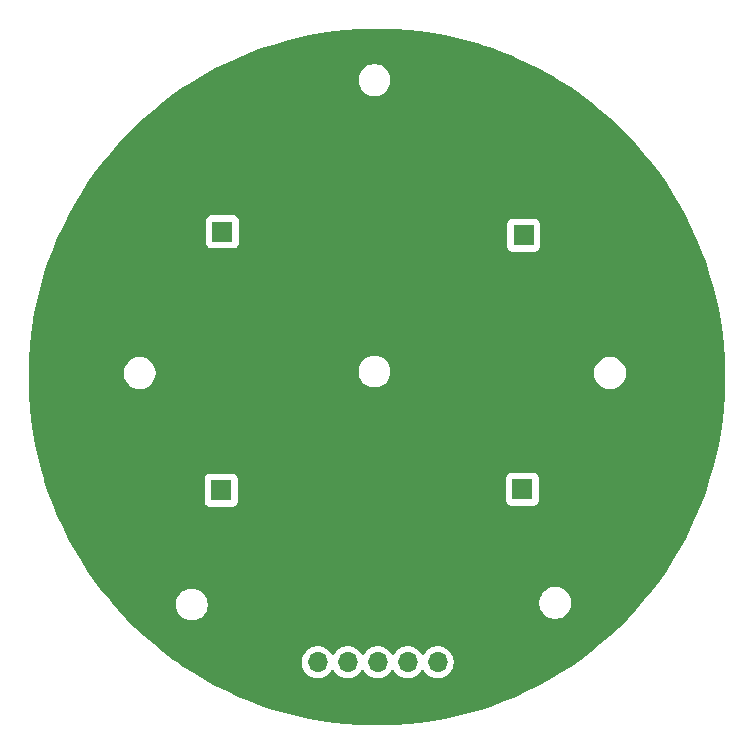
<source format=gbr>
%TF.GenerationSoftware,KiCad,Pcbnew,9.0.1*%
%TF.CreationDate,2025-04-01T19:10:29+10:00*%
%TF.ProjectId,Ir PCB,49722050-4342-42e6-9b69-6361645f7063,rev?*%
%TF.SameCoordinates,Original*%
%TF.FileFunction,Copper,L2,Bot*%
%TF.FilePolarity,Positive*%
%FSLAX46Y46*%
G04 Gerber Fmt 4.6, Leading zero omitted, Abs format (unit mm)*
G04 Created by KiCad (PCBNEW 9.0.1) date 2025-04-01 19:10:29*
%MOMM*%
%LPD*%
G01*
G04 APERTURE LIST*
%TA.AperFunction,ComponentPad*%
%ADD10R,1.800000X1.800000*%
%TD*%
%TA.AperFunction,ComponentPad*%
%ADD11C,1.800000*%
%TD*%
%TA.AperFunction,ComponentPad*%
%ADD12R,1.700000X1.700000*%
%TD*%
%TA.AperFunction,ComponentPad*%
%ADD13O,1.700000X1.700000*%
%TD*%
G04 APERTURE END LIST*
D10*
%TO.P,S3,1,C*%
%TO.N,/S3*%
X137180000Y-88010000D03*
D11*
%TO.P,S3,2,E*%
%TO.N,GND*%
X139720000Y-88010000D03*
%TD*%
D12*
%TO.P,J1,1,Pin_1*%
%TO.N,GND*%
X157950000Y-124450000D03*
D13*
%TO.P,J1,2,Pin_2*%
%TO.N,/S1*%
X155410000Y-124450000D03*
%TO.P,J1,3,Pin_3*%
%TO.N,/S2*%
X152870000Y-124450000D03*
%TO.P,J1,4,Pin_4*%
%TO.N,+5V*%
X150330000Y-124450000D03*
%TO.P,J1,5,Pin_5*%
%TO.N,/S3*%
X147790000Y-124450000D03*
%TO.P,J1,6,Pin_6*%
%TO.N,/S4*%
X145250000Y-124450000D03*
%TO.P,J1,7,Pin_7*%
%TO.N,GND*%
X142710000Y-124450000D03*
%TD*%
D10*
%TO.P,S1,1,C*%
%TO.N,/S1*%
X162580000Y-109800000D03*
D11*
%TO.P,S1,2,E*%
%TO.N,GND*%
X160040000Y-109800000D03*
%TD*%
D10*
%TO.P,SFH309,1,C*%
%TO.N,/S4*%
X137075000Y-109900000D03*
D11*
%TO.P,SFH309,2,E*%
%TO.N,GND*%
X139615000Y-109900000D03*
%TD*%
D10*
%TO.P,S2,1,C*%
%TO.N,/S2*%
X162670000Y-88310000D03*
D11*
%TO.P,S2,2,E*%
%TO.N,GND*%
X160130000Y-88310000D03*
%TD*%
%TA.AperFunction,Conductor*%
%TO.N,GND*%
G36*
X150788748Y-70815277D02*
G01*
X151836733Y-70852707D01*
X151841146Y-70852943D01*
X152887158Y-70927756D01*
X152891464Y-70928141D01*
X153934196Y-71040246D01*
X153938552Y-71040793D01*
X154976543Y-71190034D01*
X154980886Y-71190737D01*
X156012922Y-71376938D01*
X156017223Y-71377794D01*
X157041924Y-71600704D01*
X157046207Y-71601716D01*
X158062314Y-71861062D01*
X158066531Y-71862219D01*
X159033841Y-72146246D01*
X159072739Y-72157668D01*
X159076965Y-72158991D01*
X160071953Y-72490155D01*
X160076055Y-72491601D01*
X161058688Y-72858105D01*
X161062730Y-72859695D01*
X161788149Y-73160173D01*
X162031597Y-73261013D01*
X162035655Y-73262780D01*
X162989503Y-73698388D01*
X162993497Y-73700298D01*
X163931253Y-74169705D01*
X163935175Y-74171757D01*
X164855544Y-74674316D01*
X164859357Y-74676487D01*
X165158129Y-74853757D01*
X165761264Y-75211614D01*
X165765029Y-75213941D01*
X166647170Y-75780858D01*
X166650851Y-75783317D01*
X167014261Y-76035636D01*
X167512266Y-76381407D01*
X167515818Y-76383969D01*
X167698202Y-76520500D01*
X168355304Y-77012401D01*
X168358800Y-77015116D01*
X169175333Y-77673120D01*
X169178730Y-77675959D01*
X169971244Y-78362676D01*
X169974537Y-78365634D01*
X170742046Y-79080210D01*
X170745231Y-79083284D01*
X171486715Y-79824768D01*
X171489789Y-79827953D01*
X172204365Y-80595462D01*
X172207323Y-80598755D01*
X172894040Y-81391269D01*
X172896879Y-81394666D01*
X173554883Y-82211199D01*
X173557598Y-82214695D01*
X174186016Y-83054162D01*
X174188605Y-83057752D01*
X174786682Y-83919148D01*
X174789141Y-83922829D01*
X175356058Y-84804970D01*
X175358385Y-84808735D01*
X175893502Y-85710625D01*
X175895692Y-85714472D01*
X176398242Y-86634824D01*
X176400294Y-86638746D01*
X176869701Y-87576502D01*
X176871611Y-87580496D01*
X177307219Y-88534344D01*
X177308986Y-88538402D01*
X177607001Y-89257873D01*
X177646733Y-89353796D01*
X177710288Y-89507230D01*
X177711905Y-89511340D01*
X177954339Y-90161328D01*
X178078385Y-90493908D01*
X178079857Y-90498083D01*
X178411008Y-91493036D01*
X178412331Y-91497260D01*
X178707773Y-92503442D01*
X178708944Y-92507711D01*
X178968280Y-93523780D01*
X178969298Y-93528088D01*
X179192201Y-94552756D01*
X179193065Y-94557097D01*
X179379259Y-95589100D01*
X179379967Y-95593470D01*
X179529203Y-96631429D01*
X179529755Y-96635821D01*
X179641853Y-97678484D01*
X179642247Y-97682893D01*
X179717055Y-98728849D01*
X179717292Y-98733269D01*
X179754722Y-99781251D01*
X179754801Y-99785677D01*
X179754801Y-100834322D01*
X179754722Y-100838748D01*
X179717292Y-101886730D01*
X179717055Y-101891150D01*
X179642247Y-102937106D01*
X179641853Y-102941515D01*
X179529755Y-103984178D01*
X179529203Y-103988570D01*
X179379967Y-105026529D01*
X179379259Y-105030899D01*
X179193065Y-106062902D01*
X179192201Y-106067243D01*
X178969298Y-107091911D01*
X178968280Y-107096219D01*
X178708944Y-108112288D01*
X178707773Y-108116557D01*
X178412331Y-109122739D01*
X178411008Y-109126963D01*
X178079857Y-110121916D01*
X178078385Y-110126091D01*
X177711909Y-111108650D01*
X177710288Y-111112769D01*
X177308986Y-112081597D01*
X177307219Y-112085655D01*
X176871611Y-113039503D01*
X176869701Y-113043497D01*
X176400294Y-113981253D01*
X176398242Y-113985175D01*
X175895692Y-114905527D01*
X175893502Y-114909374D01*
X175358385Y-115811264D01*
X175356058Y-115815029D01*
X174789141Y-116697170D01*
X174786682Y-116700851D01*
X174188605Y-117562247D01*
X174186016Y-117565837D01*
X173557598Y-118405304D01*
X173554883Y-118408800D01*
X172896879Y-119225333D01*
X172894040Y-119228730D01*
X172207323Y-120021244D01*
X172204365Y-120024537D01*
X171489789Y-120792046D01*
X171486715Y-120795231D01*
X170745231Y-121536715D01*
X170742046Y-121539789D01*
X169974537Y-122254365D01*
X169971244Y-122257323D01*
X169178730Y-122944040D01*
X169175333Y-122946879D01*
X168358800Y-123604883D01*
X168355304Y-123607598D01*
X167515837Y-124236016D01*
X167512247Y-124238605D01*
X166650851Y-124836682D01*
X166647170Y-124839141D01*
X165765029Y-125406058D01*
X165761264Y-125408385D01*
X164859374Y-125943502D01*
X164855527Y-125945692D01*
X163935175Y-126448242D01*
X163931253Y-126450294D01*
X162993497Y-126919701D01*
X162989503Y-126921611D01*
X162035655Y-127357219D01*
X162031597Y-127358986D01*
X161062769Y-127760288D01*
X161058650Y-127761909D01*
X160076091Y-128128385D01*
X160071916Y-128129857D01*
X159076963Y-128461008D01*
X159072739Y-128462331D01*
X158066557Y-128757773D01*
X158062288Y-128758944D01*
X157046219Y-129018280D01*
X157041911Y-129019298D01*
X156017243Y-129242201D01*
X156012902Y-129243065D01*
X154980899Y-129429259D01*
X154976529Y-129429967D01*
X153938570Y-129579203D01*
X153934178Y-129579755D01*
X152891515Y-129691853D01*
X152887106Y-129692247D01*
X151841150Y-129767055D01*
X151836730Y-129767292D01*
X150788749Y-129804722D01*
X150784323Y-129804801D01*
X149735677Y-129804801D01*
X149731251Y-129804722D01*
X148683269Y-129767292D01*
X148678849Y-129767055D01*
X147632893Y-129692247D01*
X147628484Y-129691853D01*
X146585821Y-129579755D01*
X146581429Y-129579203D01*
X145543470Y-129429967D01*
X145539100Y-129429259D01*
X144507097Y-129243065D01*
X144502756Y-129242201D01*
X143478088Y-129019298D01*
X143473780Y-129018280D01*
X142457711Y-128758944D01*
X142453442Y-128757773D01*
X141447260Y-128462331D01*
X141443036Y-128461008D01*
X140448083Y-128129857D01*
X140443908Y-128128385D01*
X139461349Y-127761909D01*
X139457240Y-127760291D01*
X139267650Y-127681761D01*
X138488402Y-127358986D01*
X138484344Y-127357219D01*
X137530496Y-126921611D01*
X137526502Y-126919701D01*
X136588746Y-126450294D01*
X136584824Y-126448242D01*
X135664472Y-125945692D01*
X135660625Y-125943502D01*
X134758735Y-125408385D01*
X134754970Y-125406058D01*
X133872829Y-124839141D01*
X133869148Y-124836682D01*
X133298820Y-124440697D01*
X133159137Y-124343713D01*
X143899500Y-124343713D01*
X143899500Y-124556287D01*
X143932754Y-124766243D01*
X143956049Y-124837938D01*
X143998444Y-124968414D01*
X144094951Y-125157820D01*
X144219890Y-125329786D01*
X144370213Y-125480109D01*
X144542179Y-125605048D01*
X144542181Y-125605049D01*
X144542184Y-125605051D01*
X144731588Y-125701557D01*
X144933757Y-125767246D01*
X145143713Y-125800500D01*
X145143714Y-125800500D01*
X145356286Y-125800500D01*
X145356287Y-125800500D01*
X145566243Y-125767246D01*
X145768412Y-125701557D01*
X145957816Y-125605051D01*
X145979789Y-125589086D01*
X146129786Y-125480109D01*
X146129788Y-125480106D01*
X146129792Y-125480104D01*
X146280104Y-125329792D01*
X146280106Y-125329788D01*
X146280109Y-125329786D01*
X146405048Y-125157820D01*
X146405047Y-125157820D01*
X146405051Y-125157816D01*
X146409514Y-125149054D01*
X146457488Y-125098259D01*
X146525308Y-125081463D01*
X146591444Y-125103999D01*
X146630486Y-125149056D01*
X146634951Y-125157820D01*
X146759890Y-125329786D01*
X146910213Y-125480109D01*
X147082179Y-125605048D01*
X147082181Y-125605049D01*
X147082184Y-125605051D01*
X147271588Y-125701557D01*
X147473757Y-125767246D01*
X147683713Y-125800500D01*
X147683714Y-125800500D01*
X147896286Y-125800500D01*
X147896287Y-125800500D01*
X148106243Y-125767246D01*
X148308412Y-125701557D01*
X148497816Y-125605051D01*
X148519789Y-125589086D01*
X148669786Y-125480109D01*
X148669788Y-125480106D01*
X148669792Y-125480104D01*
X148820104Y-125329792D01*
X148820106Y-125329788D01*
X148820109Y-125329786D01*
X148945048Y-125157820D01*
X148945047Y-125157820D01*
X148945051Y-125157816D01*
X148949514Y-125149054D01*
X148997488Y-125098259D01*
X149065308Y-125081463D01*
X149131444Y-125103999D01*
X149170486Y-125149056D01*
X149174951Y-125157820D01*
X149299890Y-125329786D01*
X149450213Y-125480109D01*
X149622179Y-125605048D01*
X149622181Y-125605049D01*
X149622184Y-125605051D01*
X149811588Y-125701557D01*
X150013757Y-125767246D01*
X150223713Y-125800500D01*
X150223714Y-125800500D01*
X150436286Y-125800500D01*
X150436287Y-125800500D01*
X150646243Y-125767246D01*
X150848412Y-125701557D01*
X151037816Y-125605051D01*
X151059789Y-125589086D01*
X151209786Y-125480109D01*
X151209788Y-125480106D01*
X151209792Y-125480104D01*
X151360104Y-125329792D01*
X151360106Y-125329788D01*
X151360109Y-125329786D01*
X151485048Y-125157820D01*
X151485047Y-125157820D01*
X151485051Y-125157816D01*
X151489514Y-125149054D01*
X151537488Y-125098259D01*
X151605308Y-125081463D01*
X151671444Y-125103999D01*
X151710486Y-125149056D01*
X151714951Y-125157820D01*
X151839890Y-125329786D01*
X151990213Y-125480109D01*
X152162179Y-125605048D01*
X152162181Y-125605049D01*
X152162184Y-125605051D01*
X152351588Y-125701557D01*
X152553757Y-125767246D01*
X152763713Y-125800500D01*
X152763714Y-125800500D01*
X152976286Y-125800500D01*
X152976287Y-125800500D01*
X153186243Y-125767246D01*
X153388412Y-125701557D01*
X153577816Y-125605051D01*
X153599789Y-125589086D01*
X153749786Y-125480109D01*
X153749788Y-125480106D01*
X153749792Y-125480104D01*
X153900104Y-125329792D01*
X153900106Y-125329788D01*
X153900109Y-125329786D01*
X154025048Y-125157820D01*
X154025047Y-125157820D01*
X154025051Y-125157816D01*
X154029514Y-125149054D01*
X154077488Y-125098259D01*
X154145308Y-125081463D01*
X154211444Y-125103999D01*
X154250486Y-125149056D01*
X154254951Y-125157820D01*
X154379890Y-125329786D01*
X154530213Y-125480109D01*
X154702179Y-125605048D01*
X154702181Y-125605049D01*
X154702184Y-125605051D01*
X154891588Y-125701557D01*
X155093757Y-125767246D01*
X155303713Y-125800500D01*
X155303714Y-125800500D01*
X155516286Y-125800500D01*
X155516287Y-125800500D01*
X155726243Y-125767246D01*
X155928412Y-125701557D01*
X156117816Y-125605051D01*
X156139789Y-125589086D01*
X156289786Y-125480109D01*
X156289788Y-125480106D01*
X156289792Y-125480104D01*
X156440104Y-125329792D01*
X156440106Y-125329788D01*
X156440109Y-125329786D01*
X156565048Y-125157820D01*
X156565047Y-125157820D01*
X156565051Y-125157816D01*
X156661557Y-124968412D01*
X156727246Y-124766243D01*
X156760500Y-124556287D01*
X156760500Y-124343713D01*
X156727246Y-124133757D01*
X156661557Y-123931588D01*
X156565051Y-123742184D01*
X156565049Y-123742181D01*
X156565048Y-123742179D01*
X156440109Y-123570213D01*
X156289786Y-123419890D01*
X156117820Y-123294951D01*
X155928414Y-123198444D01*
X155928413Y-123198443D01*
X155928412Y-123198443D01*
X155726243Y-123132754D01*
X155726241Y-123132753D01*
X155726240Y-123132753D01*
X155564957Y-123107208D01*
X155516287Y-123099500D01*
X155303713Y-123099500D01*
X155255042Y-123107208D01*
X155093760Y-123132753D01*
X154891585Y-123198444D01*
X154702179Y-123294951D01*
X154530213Y-123419890D01*
X154379890Y-123570213D01*
X154254949Y-123742182D01*
X154250484Y-123750946D01*
X154202509Y-123801742D01*
X154134688Y-123818536D01*
X154068553Y-123795998D01*
X154029516Y-123750946D01*
X154025050Y-123742182D01*
X153900109Y-123570213D01*
X153749786Y-123419890D01*
X153577820Y-123294951D01*
X153388414Y-123198444D01*
X153388413Y-123198443D01*
X153388412Y-123198443D01*
X153186243Y-123132754D01*
X153186241Y-123132753D01*
X153186240Y-123132753D01*
X153024957Y-123107208D01*
X152976287Y-123099500D01*
X152763713Y-123099500D01*
X152715042Y-123107208D01*
X152553760Y-123132753D01*
X152351585Y-123198444D01*
X152162179Y-123294951D01*
X151990213Y-123419890D01*
X151839890Y-123570213D01*
X151714949Y-123742182D01*
X151710484Y-123750946D01*
X151662509Y-123801742D01*
X151594688Y-123818536D01*
X151528553Y-123795998D01*
X151489516Y-123750946D01*
X151485050Y-123742182D01*
X151360109Y-123570213D01*
X151209786Y-123419890D01*
X151037820Y-123294951D01*
X150848414Y-123198444D01*
X150848413Y-123198443D01*
X150848412Y-123198443D01*
X150646243Y-123132754D01*
X150646241Y-123132753D01*
X150646240Y-123132753D01*
X150484957Y-123107208D01*
X150436287Y-123099500D01*
X150223713Y-123099500D01*
X150175042Y-123107208D01*
X150013760Y-123132753D01*
X149811585Y-123198444D01*
X149622179Y-123294951D01*
X149450213Y-123419890D01*
X149299890Y-123570213D01*
X149174949Y-123742182D01*
X149170484Y-123750946D01*
X149122509Y-123801742D01*
X149054688Y-123818536D01*
X148988553Y-123795998D01*
X148949516Y-123750946D01*
X148945050Y-123742182D01*
X148820109Y-123570213D01*
X148669786Y-123419890D01*
X148497820Y-123294951D01*
X148308414Y-123198444D01*
X148308413Y-123198443D01*
X148308412Y-123198443D01*
X148106243Y-123132754D01*
X148106241Y-123132753D01*
X148106240Y-123132753D01*
X147944957Y-123107208D01*
X147896287Y-123099500D01*
X147683713Y-123099500D01*
X147635042Y-123107208D01*
X147473760Y-123132753D01*
X147271585Y-123198444D01*
X147082179Y-123294951D01*
X146910213Y-123419890D01*
X146759890Y-123570213D01*
X146634949Y-123742182D01*
X146630484Y-123750946D01*
X146582509Y-123801742D01*
X146514688Y-123818536D01*
X146448553Y-123795998D01*
X146409516Y-123750946D01*
X146405050Y-123742182D01*
X146280109Y-123570213D01*
X146129786Y-123419890D01*
X145957820Y-123294951D01*
X145768414Y-123198444D01*
X145768413Y-123198443D01*
X145768412Y-123198443D01*
X145566243Y-123132754D01*
X145566241Y-123132753D01*
X145566240Y-123132753D01*
X145404957Y-123107208D01*
X145356287Y-123099500D01*
X145143713Y-123099500D01*
X145095042Y-123107208D01*
X144933760Y-123132753D01*
X144731585Y-123198444D01*
X144542179Y-123294951D01*
X144370213Y-123419890D01*
X144219890Y-123570213D01*
X144094951Y-123742179D01*
X143998444Y-123931585D01*
X143932753Y-124133760D01*
X143899500Y-124343713D01*
X133159137Y-124343713D01*
X133007744Y-124238599D01*
X133004162Y-124236016D01*
X132164695Y-123607598D01*
X132161199Y-123604883D01*
X131344666Y-122946879D01*
X131341269Y-122944040D01*
X130548755Y-122257323D01*
X130545462Y-122254365D01*
X129777953Y-121539789D01*
X129774768Y-121536715D01*
X129033284Y-120795231D01*
X129030210Y-120792046D01*
X128315634Y-120024537D01*
X128312676Y-120021244D01*
X127895714Y-119540044D01*
X127829573Y-119463713D01*
X133229500Y-119463713D01*
X133229500Y-119676287D01*
X133262754Y-119886243D01*
X133307162Y-120022917D01*
X133328444Y-120088414D01*
X133424951Y-120277820D01*
X133549890Y-120449786D01*
X133700213Y-120600109D01*
X133872179Y-120725048D01*
X133872181Y-120725049D01*
X133872184Y-120725051D01*
X134061588Y-120821557D01*
X134263757Y-120887246D01*
X134473713Y-120920500D01*
X134473714Y-120920500D01*
X134686286Y-120920500D01*
X134686287Y-120920500D01*
X134896243Y-120887246D01*
X135098412Y-120821557D01*
X135287816Y-120725051D01*
X135347684Y-120681555D01*
X135459786Y-120600109D01*
X135459788Y-120600106D01*
X135459792Y-120600104D01*
X135610104Y-120449792D01*
X135610106Y-120449788D01*
X135610109Y-120449786D01*
X135735048Y-120277820D01*
X135735047Y-120277820D01*
X135735051Y-120277816D01*
X135831557Y-120088412D01*
X135897246Y-119886243D01*
X135930500Y-119676287D01*
X135930500Y-119463713D01*
X135908326Y-119323713D01*
X163999500Y-119323713D01*
X163999500Y-119536286D01*
X164032753Y-119746239D01*
X164098444Y-119948414D01*
X164194951Y-120137820D01*
X164319890Y-120309786D01*
X164470213Y-120460109D01*
X164642179Y-120585048D01*
X164642181Y-120585049D01*
X164642184Y-120585051D01*
X164831588Y-120681557D01*
X165033757Y-120747246D01*
X165243713Y-120780500D01*
X165243714Y-120780500D01*
X165456286Y-120780500D01*
X165456287Y-120780500D01*
X165666243Y-120747246D01*
X165868412Y-120681557D01*
X166057816Y-120585051D01*
X166079789Y-120569086D01*
X166229786Y-120460109D01*
X166229788Y-120460106D01*
X166229792Y-120460104D01*
X166380104Y-120309792D01*
X166380106Y-120309788D01*
X166380109Y-120309786D01*
X166505048Y-120137820D01*
X166505047Y-120137820D01*
X166505051Y-120137816D01*
X166601557Y-119948412D01*
X166667246Y-119746243D01*
X166700500Y-119536287D01*
X166700500Y-119323713D01*
X166667246Y-119113757D01*
X166601557Y-118911588D01*
X166505051Y-118722184D01*
X166505049Y-118722181D01*
X166505048Y-118722179D01*
X166380109Y-118550213D01*
X166229786Y-118399890D01*
X166057820Y-118274951D01*
X165868414Y-118178444D01*
X165868413Y-118178443D01*
X165868412Y-118178443D01*
X165666243Y-118112754D01*
X165666241Y-118112753D01*
X165666240Y-118112753D01*
X165504957Y-118087208D01*
X165456287Y-118079500D01*
X165243713Y-118079500D01*
X165195042Y-118087208D01*
X165033760Y-118112753D01*
X164831585Y-118178444D01*
X164642179Y-118274951D01*
X164470213Y-118399890D01*
X164319890Y-118550213D01*
X164194951Y-118722179D01*
X164098444Y-118911585D01*
X164032753Y-119113760D01*
X163999500Y-119323713D01*
X135908326Y-119323713D01*
X135897246Y-119253757D01*
X135831557Y-119051588D01*
X135735051Y-118862184D01*
X135735049Y-118862181D01*
X135735048Y-118862179D01*
X135610109Y-118690213D01*
X135459786Y-118539890D01*
X135287820Y-118414951D01*
X135098414Y-118318444D01*
X135098413Y-118318443D01*
X135098412Y-118318443D01*
X134896243Y-118252754D01*
X134896241Y-118252753D01*
X134896240Y-118252753D01*
X134734957Y-118227208D01*
X134686287Y-118219500D01*
X134473713Y-118219500D01*
X134425042Y-118227208D01*
X134263760Y-118252753D01*
X134061585Y-118318444D01*
X133872179Y-118414951D01*
X133700213Y-118539890D01*
X133549890Y-118690213D01*
X133424951Y-118862179D01*
X133328444Y-119051585D01*
X133262753Y-119253760D01*
X133251674Y-119323713D01*
X133229500Y-119463713D01*
X127829573Y-119463713D01*
X127625959Y-119228730D01*
X127623120Y-119225333D01*
X126965116Y-118408800D01*
X126962401Y-118405304D01*
X126823310Y-118219500D01*
X126333969Y-117565818D01*
X126331407Y-117562266D01*
X125733317Y-116700851D01*
X125730858Y-116697170D01*
X125163941Y-115815029D01*
X125161614Y-115811264D01*
X124626497Y-114909374D01*
X124624307Y-114905527D01*
X124121757Y-113985175D01*
X124119705Y-113981253D01*
X123650298Y-113043497D01*
X123648388Y-113039503D01*
X123212780Y-112085655D01*
X123211013Y-112081597D01*
X122887472Y-111300500D01*
X122809695Y-111112730D01*
X122808105Y-111108688D01*
X122441601Y-110126055D01*
X122440155Y-110121953D01*
X122108991Y-109126963D01*
X122107668Y-109122739D01*
X122106164Y-109117616D01*
X122057574Y-108952135D01*
X135674500Y-108952135D01*
X135674500Y-110847870D01*
X135674501Y-110847876D01*
X135680908Y-110907483D01*
X135731202Y-111042328D01*
X135731206Y-111042335D01*
X135817452Y-111157544D01*
X135817455Y-111157547D01*
X135932664Y-111243793D01*
X135932671Y-111243797D01*
X136067517Y-111294091D01*
X136067516Y-111294091D01*
X136074444Y-111294835D01*
X136127127Y-111300500D01*
X138022872Y-111300499D01*
X138082483Y-111294091D01*
X138217331Y-111243796D01*
X138332546Y-111157546D01*
X138418796Y-111042331D01*
X138469091Y-110907483D01*
X138475500Y-110847873D01*
X138475499Y-108952128D01*
X138469091Y-108892517D01*
X138454029Y-108852135D01*
X161179500Y-108852135D01*
X161179500Y-110747870D01*
X161179501Y-110747876D01*
X161185908Y-110807483D01*
X161236202Y-110942328D01*
X161236206Y-110942335D01*
X161322452Y-111057544D01*
X161322455Y-111057547D01*
X161437664Y-111143793D01*
X161437671Y-111143797D01*
X161572517Y-111194091D01*
X161572516Y-111194091D01*
X161579444Y-111194835D01*
X161632127Y-111200500D01*
X163527872Y-111200499D01*
X163587483Y-111194091D01*
X163722331Y-111143796D01*
X163837546Y-111057546D01*
X163923796Y-110942331D01*
X163974091Y-110807483D01*
X163980500Y-110747873D01*
X163980499Y-108852128D01*
X163974091Y-108792517D01*
X163961094Y-108757671D01*
X163923797Y-108657671D01*
X163923793Y-108657664D01*
X163837547Y-108542455D01*
X163837544Y-108542452D01*
X163722335Y-108456206D01*
X163722328Y-108456202D01*
X163587482Y-108405908D01*
X163587483Y-108405908D01*
X163527883Y-108399501D01*
X163527881Y-108399500D01*
X163527873Y-108399500D01*
X163527864Y-108399500D01*
X161632129Y-108399500D01*
X161632123Y-108399501D01*
X161572516Y-108405908D01*
X161437671Y-108456202D01*
X161437664Y-108456206D01*
X161322455Y-108542452D01*
X161322452Y-108542455D01*
X161236206Y-108657664D01*
X161236202Y-108657671D01*
X161185908Y-108792517D01*
X161179501Y-108852116D01*
X161179501Y-108852123D01*
X161179500Y-108852135D01*
X138454029Y-108852135D01*
X138454022Y-108852116D01*
X138418797Y-108757671D01*
X138418793Y-108757664D01*
X138332547Y-108642455D01*
X138332544Y-108642452D01*
X138217335Y-108556206D01*
X138217328Y-108556202D01*
X138082482Y-108505908D01*
X138082483Y-108505908D01*
X138022883Y-108499501D01*
X138022881Y-108499500D01*
X138022873Y-108499500D01*
X138022864Y-108499500D01*
X136127129Y-108499500D01*
X136127123Y-108499501D01*
X136067516Y-108505908D01*
X135932671Y-108556202D01*
X135932664Y-108556206D01*
X135817455Y-108642452D01*
X135817452Y-108642455D01*
X135731206Y-108757664D01*
X135731202Y-108757671D01*
X135680908Y-108892517D01*
X135674501Y-108952116D01*
X135674501Y-108952123D01*
X135674500Y-108952135D01*
X122057574Y-108952135D01*
X121812219Y-108116531D01*
X121811062Y-108112314D01*
X121551716Y-107096207D01*
X121550701Y-107091911D01*
X121327798Y-106067243D01*
X121326934Y-106062902D01*
X121140740Y-105030899D01*
X121140032Y-105026529D01*
X120990796Y-103988570D01*
X120990244Y-103984178D01*
X120878141Y-102941464D01*
X120877756Y-102937158D01*
X120802943Y-101891146D01*
X120802707Y-101886730D01*
X120765278Y-100838748D01*
X120765199Y-100834322D01*
X120765199Y-99863713D01*
X128819500Y-99863713D01*
X128819500Y-100076287D01*
X128852754Y-100286243D01*
X128876203Y-100358412D01*
X128918444Y-100488414D01*
X129014951Y-100677820D01*
X129139890Y-100849786D01*
X129290213Y-101000109D01*
X129462179Y-101125048D01*
X129462181Y-101125049D01*
X129462184Y-101125051D01*
X129651588Y-101221557D01*
X129853757Y-101287246D01*
X130063713Y-101320500D01*
X130063714Y-101320500D01*
X130276286Y-101320500D01*
X130276287Y-101320500D01*
X130486243Y-101287246D01*
X130688412Y-101221557D01*
X130877816Y-101125051D01*
X130923920Y-101091555D01*
X131049786Y-101000109D01*
X131049788Y-101000106D01*
X131049792Y-101000104D01*
X131200104Y-100849792D01*
X131200106Y-100849788D01*
X131200109Y-100849786D01*
X131325048Y-100677820D01*
X131325047Y-100677820D01*
X131325051Y-100677816D01*
X131421557Y-100488412D01*
X131487246Y-100286243D01*
X131520500Y-100076287D01*
X131520500Y-99863713D01*
X131520500Y-99863712D01*
X131502211Y-99748238D01*
X131499910Y-99733713D01*
X148699500Y-99733713D01*
X148699500Y-99946287D01*
X148732754Y-100156243D01*
X148774992Y-100286239D01*
X148798444Y-100358414D01*
X148894951Y-100547820D01*
X149019890Y-100719786D01*
X149170213Y-100870109D01*
X149342179Y-100995048D01*
X149342181Y-100995049D01*
X149342184Y-100995051D01*
X149531588Y-101091557D01*
X149733757Y-101157246D01*
X149943713Y-101190500D01*
X149943714Y-101190500D01*
X150156286Y-101190500D01*
X150156287Y-101190500D01*
X150366243Y-101157246D01*
X150568412Y-101091557D01*
X150757816Y-100995051D01*
X150779789Y-100979086D01*
X150929786Y-100870109D01*
X150929788Y-100870106D01*
X150929792Y-100870104D01*
X151080104Y-100719792D01*
X151080106Y-100719788D01*
X151080109Y-100719786D01*
X151205048Y-100547820D01*
X151205047Y-100547820D01*
X151205051Y-100547816D01*
X151301557Y-100358412D01*
X151367246Y-100156243D01*
X151400500Y-99946287D01*
X151400500Y-99863713D01*
X168639500Y-99863713D01*
X168639500Y-100076287D01*
X168672754Y-100286243D01*
X168696203Y-100358412D01*
X168738444Y-100488414D01*
X168834951Y-100677820D01*
X168959890Y-100849786D01*
X169110213Y-101000109D01*
X169282179Y-101125048D01*
X169282181Y-101125049D01*
X169282184Y-101125051D01*
X169471588Y-101221557D01*
X169673757Y-101287246D01*
X169883713Y-101320500D01*
X169883714Y-101320500D01*
X170096286Y-101320500D01*
X170096287Y-101320500D01*
X170306243Y-101287246D01*
X170508412Y-101221557D01*
X170697816Y-101125051D01*
X170743920Y-101091555D01*
X170869786Y-101000109D01*
X170869788Y-101000106D01*
X170869792Y-101000104D01*
X171020104Y-100849792D01*
X171020106Y-100849788D01*
X171020109Y-100849786D01*
X171145048Y-100677820D01*
X171145047Y-100677820D01*
X171145051Y-100677816D01*
X171241557Y-100488412D01*
X171307246Y-100286243D01*
X171340500Y-100076287D01*
X171340500Y-99863713D01*
X171307246Y-99653757D01*
X171241557Y-99451588D01*
X171145051Y-99262184D01*
X171145049Y-99262181D01*
X171145048Y-99262179D01*
X171020109Y-99090213D01*
X170869786Y-98939890D01*
X170697820Y-98814951D01*
X170508414Y-98718444D01*
X170508413Y-98718443D01*
X170508412Y-98718443D01*
X170306243Y-98652754D01*
X170306241Y-98652753D01*
X170306240Y-98652753D01*
X170144957Y-98627208D01*
X170096287Y-98619500D01*
X169883713Y-98619500D01*
X169835042Y-98627208D01*
X169673760Y-98652753D01*
X169471585Y-98718444D01*
X169282179Y-98814951D01*
X169110213Y-98939890D01*
X168959890Y-99090213D01*
X168834951Y-99262179D01*
X168738444Y-99451585D01*
X168672753Y-99653760D01*
X168655054Y-99765510D01*
X168639500Y-99863713D01*
X151400500Y-99863713D01*
X151400500Y-99733713D01*
X151367246Y-99523757D01*
X151301557Y-99321588D01*
X151205051Y-99132184D01*
X151205049Y-99132181D01*
X151205048Y-99132179D01*
X151080109Y-98960213D01*
X150929786Y-98809890D01*
X150757820Y-98684951D01*
X150568414Y-98588444D01*
X150568413Y-98588443D01*
X150568412Y-98588443D01*
X150366243Y-98522754D01*
X150366241Y-98522753D01*
X150366240Y-98522753D01*
X150204957Y-98497208D01*
X150156287Y-98489500D01*
X149943713Y-98489500D01*
X149895042Y-98497208D01*
X149733760Y-98522753D01*
X149531585Y-98588444D01*
X149342179Y-98684951D01*
X149170213Y-98809890D01*
X149019890Y-98960213D01*
X148894951Y-99132179D01*
X148798444Y-99321585D01*
X148732753Y-99523760D01*
X148712164Y-99653757D01*
X148699500Y-99733713D01*
X131499910Y-99733713D01*
X131487246Y-99653760D01*
X131487246Y-99653757D01*
X131421557Y-99451588D01*
X131325051Y-99262184D01*
X131325049Y-99262181D01*
X131325048Y-99262179D01*
X131200109Y-99090213D01*
X131049786Y-98939890D01*
X130877820Y-98814951D01*
X130688414Y-98718444D01*
X130688413Y-98718443D01*
X130688412Y-98718443D01*
X130486243Y-98652754D01*
X130486241Y-98652753D01*
X130486240Y-98652753D01*
X130324957Y-98627208D01*
X130276287Y-98619500D01*
X130063713Y-98619500D01*
X130015042Y-98627208D01*
X129853760Y-98652753D01*
X129651585Y-98718444D01*
X129462179Y-98814951D01*
X129290213Y-98939890D01*
X129139890Y-99090213D01*
X129014951Y-99262179D01*
X128918444Y-99451585D01*
X128852753Y-99653760D01*
X128835054Y-99765510D01*
X128819500Y-99863713D01*
X120765199Y-99863713D01*
X120765199Y-99785677D01*
X120765278Y-99781251D01*
X120769831Y-99653760D01*
X120802707Y-98733263D01*
X120802944Y-98728849D01*
X120806084Y-98684949D01*
X120877757Y-97682836D01*
X120878140Y-97678540D01*
X120990247Y-96635796D01*
X120990796Y-96631429D01*
X121140032Y-95593470D01*
X121140740Y-95589100D01*
X121169377Y-95430378D01*
X121326940Y-94557066D01*
X121327791Y-94552787D01*
X121550706Y-93528063D01*
X121551719Y-93523780D01*
X121811065Y-92507671D01*
X121812214Y-92503482D01*
X122107672Y-91497246D01*
X122108991Y-91493036D01*
X122440161Y-90498029D01*
X122441594Y-90493962D01*
X122808112Y-89511292D01*
X122809688Y-89507288D01*
X123211016Y-88538395D01*
X123212780Y-88534344D01*
X123648388Y-87580496D01*
X123650298Y-87576502D01*
X123907772Y-87062135D01*
X135779500Y-87062135D01*
X135779500Y-88957870D01*
X135779501Y-88957876D01*
X135785908Y-89017483D01*
X135836202Y-89152328D01*
X135836206Y-89152335D01*
X135922452Y-89267544D01*
X135922455Y-89267547D01*
X136037664Y-89353793D01*
X136037671Y-89353797D01*
X136172517Y-89404091D01*
X136172516Y-89404091D01*
X136179444Y-89404835D01*
X136232127Y-89410500D01*
X138127872Y-89410499D01*
X138187483Y-89404091D01*
X138322331Y-89353796D01*
X138437546Y-89267546D01*
X138523796Y-89152331D01*
X138574091Y-89017483D01*
X138580500Y-88957873D01*
X138580499Y-87362135D01*
X161269500Y-87362135D01*
X161269500Y-89257870D01*
X161269501Y-89257876D01*
X161275908Y-89317483D01*
X161326202Y-89452328D01*
X161326206Y-89452335D01*
X161412452Y-89567544D01*
X161412455Y-89567547D01*
X161527664Y-89653793D01*
X161527671Y-89653797D01*
X161662517Y-89704091D01*
X161662516Y-89704091D01*
X161669444Y-89704835D01*
X161722127Y-89710500D01*
X163617872Y-89710499D01*
X163677483Y-89704091D01*
X163812331Y-89653796D01*
X163927546Y-89567546D01*
X164013796Y-89452331D01*
X164064091Y-89317483D01*
X164070500Y-89257873D01*
X164070499Y-87362128D01*
X164064091Y-87302517D01*
X164013796Y-87167669D01*
X164013795Y-87167668D01*
X164013793Y-87167664D01*
X163927547Y-87052455D01*
X163927544Y-87052452D01*
X163812335Y-86966206D01*
X163812328Y-86966202D01*
X163677482Y-86915908D01*
X163677483Y-86915908D01*
X163617883Y-86909501D01*
X163617881Y-86909500D01*
X163617873Y-86909500D01*
X163617864Y-86909500D01*
X161722129Y-86909500D01*
X161722123Y-86909501D01*
X161662516Y-86915908D01*
X161527671Y-86966202D01*
X161527664Y-86966206D01*
X161412455Y-87052452D01*
X161412452Y-87052455D01*
X161326206Y-87167664D01*
X161326202Y-87167671D01*
X161275908Y-87302517D01*
X161269501Y-87362116D01*
X161269501Y-87362123D01*
X161269500Y-87362135D01*
X138580499Y-87362135D01*
X138580499Y-87062128D01*
X138574091Y-87002517D01*
X138560546Y-86966202D01*
X138523797Y-86867671D01*
X138523793Y-86867664D01*
X138437547Y-86752455D01*
X138437544Y-86752452D01*
X138322335Y-86666206D01*
X138322328Y-86666202D01*
X138187482Y-86615908D01*
X138187483Y-86615908D01*
X138127883Y-86609501D01*
X138127881Y-86609500D01*
X138127873Y-86609500D01*
X138127864Y-86609500D01*
X136232129Y-86609500D01*
X136232123Y-86609501D01*
X136172516Y-86615908D01*
X136037671Y-86666202D01*
X136037664Y-86666206D01*
X135922455Y-86752452D01*
X135922452Y-86752455D01*
X135836206Y-86867664D01*
X135836202Y-86867671D01*
X135785908Y-87002517D01*
X135780540Y-87052452D01*
X135779501Y-87062123D01*
X135779500Y-87062135D01*
X123907772Y-87062135D01*
X124119705Y-86638747D01*
X124121757Y-86634824D01*
X124624330Y-85714431D01*
X124626473Y-85710665D01*
X125161622Y-84808721D01*
X125163941Y-84804970D01*
X125730858Y-83922829D01*
X125733317Y-83919148D01*
X126331426Y-83057706D01*
X126333950Y-83054207D01*
X126962422Y-82214667D01*
X126965094Y-82211226D01*
X127623134Y-81394648D01*
X127625944Y-81391286D01*
X128312681Y-80598748D01*
X128315634Y-80595462D01*
X129030237Y-79827924D01*
X129033256Y-79824796D01*
X129774796Y-79083256D01*
X129777924Y-79080237D01*
X130545468Y-78365628D01*
X130548755Y-78362676D01*
X131341286Y-77675944D01*
X131344648Y-77673134D01*
X132161226Y-77015094D01*
X132164667Y-77012422D01*
X133004207Y-76383950D01*
X133007706Y-76381426D01*
X133869160Y-75783308D01*
X133872829Y-75780858D01*
X134016678Y-75688412D01*
X134754983Y-75213932D01*
X134758721Y-75211622D01*
X135008008Y-75063713D01*
X148699500Y-75063713D01*
X148699500Y-75276286D01*
X148732753Y-75486239D01*
X148798444Y-75688414D01*
X148894951Y-75877820D01*
X149019890Y-76049786D01*
X149170213Y-76200109D01*
X149342179Y-76325048D01*
X149342181Y-76325049D01*
X149342184Y-76325051D01*
X149531588Y-76421557D01*
X149733757Y-76487246D01*
X149943713Y-76520500D01*
X149943714Y-76520500D01*
X150156286Y-76520500D01*
X150156287Y-76520500D01*
X150366243Y-76487246D01*
X150568412Y-76421557D01*
X150757816Y-76325051D01*
X150779789Y-76309086D01*
X150929786Y-76200109D01*
X150929788Y-76200106D01*
X150929792Y-76200104D01*
X151080104Y-76049792D01*
X151080106Y-76049788D01*
X151080109Y-76049786D01*
X151205048Y-75877820D01*
X151205047Y-75877820D01*
X151205051Y-75877816D01*
X151301557Y-75688412D01*
X151367246Y-75486243D01*
X151400500Y-75276287D01*
X151400500Y-75063713D01*
X151367246Y-74853757D01*
X151301557Y-74651588D01*
X151205051Y-74462184D01*
X151205049Y-74462181D01*
X151205048Y-74462179D01*
X151080109Y-74290213D01*
X150929786Y-74139890D01*
X150757820Y-74014951D01*
X150568414Y-73918444D01*
X150568413Y-73918443D01*
X150568412Y-73918443D01*
X150366243Y-73852754D01*
X150366241Y-73852753D01*
X150366240Y-73852753D01*
X150204957Y-73827208D01*
X150156287Y-73819500D01*
X149943713Y-73819500D01*
X149895042Y-73827208D01*
X149733760Y-73852753D01*
X149531585Y-73918444D01*
X149342179Y-74014951D01*
X149170213Y-74139890D01*
X149019890Y-74290213D01*
X148894951Y-74462179D01*
X148798444Y-74651585D01*
X148732753Y-74853760D01*
X148699500Y-75063713D01*
X135008008Y-75063713D01*
X135660665Y-74676473D01*
X135664431Y-74674330D01*
X136584842Y-74171747D01*
X136588728Y-74169713D01*
X137526506Y-73700295D01*
X137530496Y-73698388D01*
X138484351Y-73262776D01*
X138488402Y-73261013D01*
X139457288Y-72859688D01*
X139461292Y-72858112D01*
X140443962Y-72491594D01*
X140448029Y-72490161D01*
X141443049Y-72158986D01*
X141447246Y-72157672D01*
X142453482Y-71862214D01*
X142457671Y-71861065D01*
X143473805Y-71601713D01*
X143478063Y-71600706D01*
X144502787Y-71377791D01*
X144507066Y-71376940D01*
X145539122Y-71190736D01*
X145543447Y-71190035D01*
X146581454Y-71040792D01*
X146585796Y-71040247D01*
X147628540Y-70928140D01*
X147632836Y-70927757D01*
X148678856Y-70852943D01*
X148683263Y-70852707D01*
X149731251Y-70815277D01*
X149735677Y-70815199D01*
X150784323Y-70815199D01*
X150788748Y-70815277D01*
G37*
%TD.AperFunction*%
%TD*%
M02*

</source>
